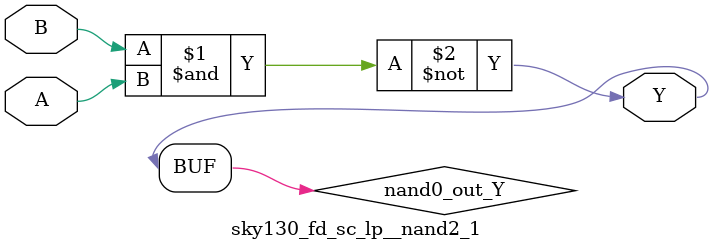
<source format=v>
/*
 * Copyright 2020 The SkyWater PDK Authors
 *
 * Licensed under the Apache License, Version 2.0 (the "License");
 * you may not use this file except in compliance with the License.
 * You may obtain a copy of the License at
 *
 *     https://www.apache.org/licenses/LICENSE-2.0
 *
 * Unless required by applicable law or agreed to in writing, software
 * distributed under the License is distributed on an "AS IS" BASIS,
 * WITHOUT WARRANTIES OR CONDITIONS OF ANY KIND, either express or implied.
 * See the License for the specific language governing permissions and
 * limitations under the License.
 *
 * SPDX-License-Identifier: Apache-2.0
*/


`ifndef SKY130_FD_SC_LP__NAND2_1_FUNCTIONAL_V
`define SKY130_FD_SC_LP__NAND2_1_FUNCTIONAL_V

/**
 * nand2: 2-input NAND.
 *
 * Verilog simulation functional model.
 */

`timescale 1ns / 1ps
`default_nettype none

`celldefine
module sky130_fd_sc_lp__nand2_1 (
    Y,
    A,
    B
);

    // Module ports
    output Y;
    input  A;
    input  B;

    // Local signals
    wire nand0_out_Y;

    //   Name   Output       Other arguments
    nand nand0 (nand0_out_Y, B, A           );
    buf  buf0  (Y          , nand0_out_Y    );

endmodule
`endcelldefine

`default_nettype wire
`endif  // SKY130_FD_SC_LP__NAND2_1_FUNCTIONAL_V

</source>
